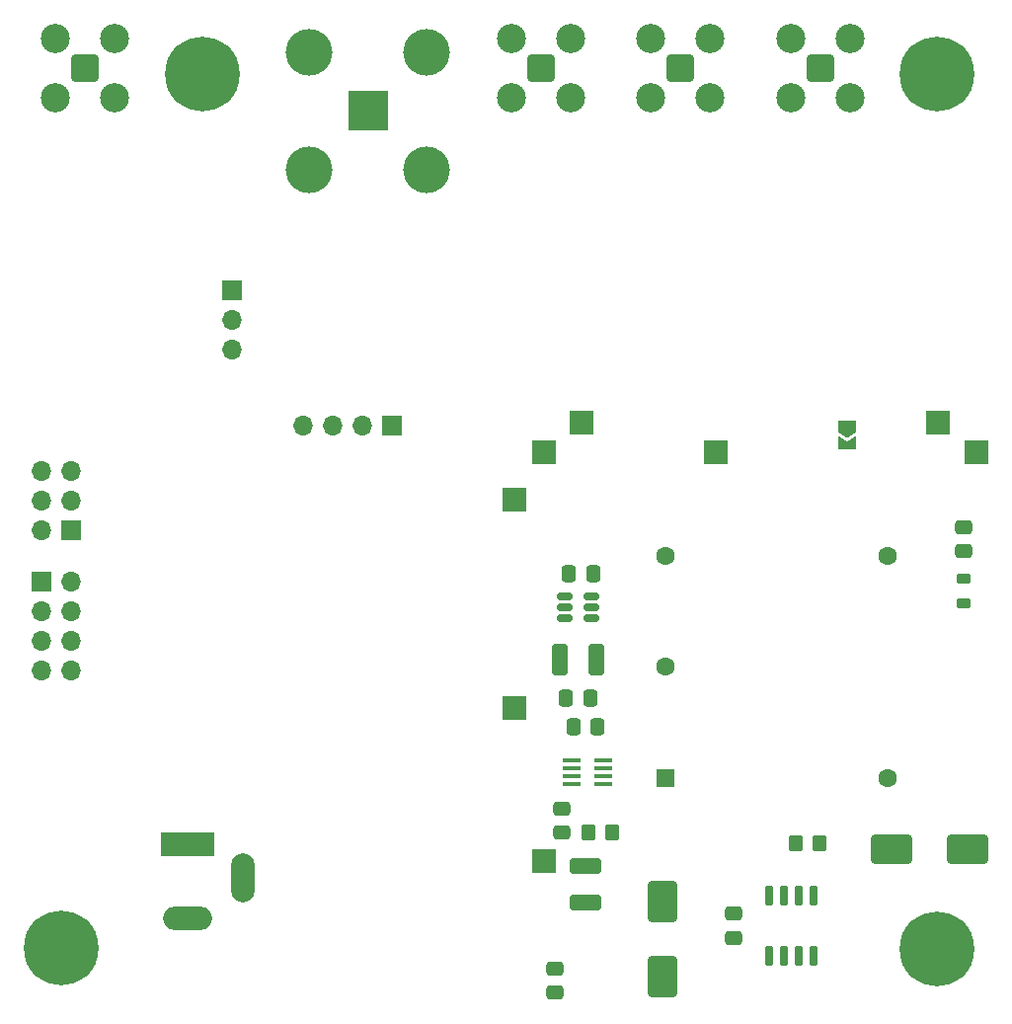
<source format=gbs>
G04 #@! TF.GenerationSoftware,KiCad,Pcbnew,7.0.11*
G04 #@! TF.CreationDate,2024-03-19T21:31:16+01:00*
G04 #@! TF.ProjectId,GPSDO,47505344-4f2e-46b6-9963-61645f706362,rev?*
G04 #@! TF.SameCoordinates,Original*
G04 #@! TF.FileFunction,Soldermask,Bot*
G04 #@! TF.FilePolarity,Negative*
%FSLAX46Y46*%
G04 Gerber Fmt 4.6, Leading zero omitted, Abs format (unit mm)*
G04 Created by KiCad (PCBNEW 7.0.11) date 2024-03-19 21:31:16*
%MOMM*%
%LPD*%
G01*
G04 APERTURE LIST*
G04 Aperture macros list*
%AMRoundRect*
0 Rectangle with rounded corners*
0 $1 Rounding radius*
0 $2 $3 $4 $5 $6 $7 $8 $9 X,Y pos of 4 corners*
0 Add a 4 corners polygon primitive as box body*
4,1,4,$2,$3,$4,$5,$6,$7,$8,$9,$2,$3,0*
0 Add four circle primitives for the rounded corners*
1,1,$1+$1,$2,$3*
1,1,$1+$1,$4,$5*
1,1,$1+$1,$6,$7*
1,1,$1+$1,$8,$9*
0 Add four rect primitives between the rounded corners*
20,1,$1+$1,$2,$3,$4,$5,0*
20,1,$1+$1,$4,$5,$6,$7,0*
20,1,$1+$1,$6,$7,$8,$9,0*
20,1,$1+$1,$8,$9,$2,$3,0*%
%AMFreePoly0*
4,1,6,1.000000,0.000000,0.500000,-0.750000,-0.500000,-0.750000,-0.500000,0.750000,0.500000,0.750000,1.000000,0.000000,1.000000,0.000000,$1*%
%AMFreePoly1*
4,1,6,0.500000,-0.750000,-0.650000,-0.750000,-0.150000,0.000000,-0.650000,0.750000,0.500000,0.750000,0.500000,-0.750000,0.500000,-0.750000,$1*%
G04 Aperture macros list end*
%ADD10FreePoly0,270.000000*%
%ADD11FreePoly1,270.000000*%
%ADD12R,2.000000X2.000000*%
%ADD13RoundRect,0.200100X-0.949900X-0.949900X0.949900X-0.949900X0.949900X0.949900X-0.949900X0.949900X0*%
%ADD14C,2.500000*%
%ADD15R,3.500000X3.500000*%
%ADD16C,4.000000*%
%ADD17R,1.600000X1.600000*%
%ADD18C,1.600000*%
%ADD19R,1.700000X1.700000*%
%ADD20O,1.700000X1.700000*%
%ADD21C,0.800000*%
%ADD22C,6.400000*%
%ADD23R,4.600000X2.000000*%
%ADD24O,4.200000X2.000000*%
%ADD25O,2.000000X4.200000*%
%ADD26RoundRect,0.250000X1.000000X-1.500000X1.000000X1.500000X-1.000000X1.500000X-1.000000X-1.500000X0*%
%ADD27RoundRect,0.250000X0.475000X-0.337500X0.475000X0.337500X-0.475000X0.337500X-0.475000X-0.337500X0*%
%ADD28RoundRect,0.250000X0.337500X0.475000X-0.337500X0.475000X-0.337500X-0.475000X0.337500X-0.475000X0*%
%ADD29RoundRect,0.100000X0.680000X0.100000X-0.680000X0.100000X-0.680000X-0.100000X0.680000X-0.100000X0*%
%ADD30RoundRect,0.250000X-1.100000X0.412500X-1.100000X-0.412500X1.100000X-0.412500X1.100000X0.412500X0*%
%ADD31RoundRect,0.250000X-0.475000X0.337500X-0.475000X-0.337500X0.475000X-0.337500X0.475000X0.337500X0*%
%ADD32RoundRect,0.250000X0.412500X1.100000X-0.412500X1.100000X-0.412500X-1.100000X0.412500X-1.100000X0*%
%ADD33RoundRect,0.218750X0.381250X-0.218750X0.381250X0.218750X-0.381250X0.218750X-0.381250X-0.218750X0*%
%ADD34RoundRect,0.250000X1.500000X1.000000X-1.500000X1.000000X-1.500000X-1.000000X1.500000X-1.000000X0*%
%ADD35RoundRect,0.150000X-0.512500X-0.150000X0.512500X-0.150000X0.512500X0.150000X-0.512500X0.150000X0*%
%ADD36RoundRect,0.250000X0.350000X0.450000X-0.350000X0.450000X-0.350000X-0.450000X0.350000X-0.450000X0*%
%ADD37RoundRect,0.150000X-0.150000X0.725000X-0.150000X-0.725000X0.150000X-0.725000X0.150000X0.725000X0*%
G04 APERTURE END LIST*
D10*
X92303600Y-55205800D03*
D11*
X92303600Y-56655800D03*
D12*
X63754000Y-79375000D03*
X63754000Y-61468000D03*
D13*
X90000000Y-24525600D03*
D14*
X87460000Y-21985600D03*
X87460000Y-27065600D03*
X92540000Y-21985600D03*
X92540000Y-27065600D03*
D15*
X51181000Y-28176000D03*
D16*
X46156000Y-23151000D03*
X46156000Y-33201000D03*
X56206000Y-23151000D03*
X56206000Y-33201000D03*
D17*
X76708000Y-85344000D03*
D18*
X76708000Y-75819000D03*
X76708000Y-66294000D03*
X95758000Y-85344000D03*
X95758000Y-66294000D03*
D12*
X103378000Y-57404000D03*
X81026000Y-57404000D03*
D19*
X25760600Y-64145400D03*
D20*
X23220600Y-64145400D03*
X25760600Y-61605400D03*
X23220600Y-61605400D03*
X25760600Y-59065400D03*
X23220600Y-59065400D03*
D21*
X34557000Y-25019000D03*
X35259944Y-23321944D03*
X35259944Y-26716056D03*
X36957000Y-22619000D03*
D22*
X36957000Y-25019000D03*
D21*
X36957000Y-27419000D03*
X38654056Y-23321944D03*
X38654056Y-26716056D03*
X39357000Y-25019000D03*
D23*
X35687000Y-91059000D03*
D24*
X35687000Y-97359000D03*
D25*
X40487000Y-93959000D03*
D21*
X97600000Y-100000000D03*
X98302944Y-98302944D03*
X98302944Y-101697056D03*
X100000000Y-97600000D03*
D22*
X100000000Y-100000000D03*
D21*
X100000000Y-102400000D03*
X101697056Y-98302944D03*
X101697056Y-101697056D03*
X102400000Y-100000000D03*
D12*
X100076000Y-54864000D03*
D21*
X22492000Y-99949000D03*
X23194944Y-98251944D03*
X23194944Y-101646056D03*
X24892000Y-97549000D03*
D22*
X24892000Y-99949000D03*
D21*
X24892000Y-102349000D03*
X26589056Y-98251944D03*
X26589056Y-101646056D03*
X27292000Y-99949000D03*
D19*
X53203000Y-55118000D03*
D20*
X50663000Y-55118000D03*
X48123000Y-55118000D03*
X45583000Y-55118000D03*
D12*
X66294000Y-57404000D03*
D13*
X66000000Y-24525600D03*
D14*
X63460000Y-21985600D03*
X63460000Y-27065600D03*
X68540000Y-21985600D03*
X68540000Y-27065600D03*
D13*
X78000000Y-24525600D03*
D14*
X75460000Y-21985600D03*
X75460000Y-27065600D03*
X80540000Y-21985600D03*
X80540000Y-27065600D03*
D12*
X69469000Y-54864000D03*
D13*
X26908000Y-24525600D03*
D14*
X24368000Y-21985600D03*
X24368000Y-27065600D03*
X29448000Y-21985600D03*
X29448000Y-27065600D03*
D21*
X97549000Y-25019000D03*
X98251944Y-23321944D03*
X98251944Y-26716056D03*
X99949000Y-22619000D03*
D22*
X99949000Y-25019000D03*
D21*
X99949000Y-27419000D03*
X101646056Y-23321944D03*
X101646056Y-26716056D03*
X102349000Y-25019000D03*
D19*
X23215600Y-68529200D03*
D20*
X25755600Y-68529200D03*
X23215600Y-71069200D03*
X25755600Y-71069200D03*
X23215600Y-73609200D03*
X25755600Y-73609200D03*
X23215600Y-76149200D03*
X25755600Y-76149200D03*
D12*
X66294000Y-92456000D03*
D19*
X39497000Y-43561000D03*
D20*
X39497000Y-46101000D03*
X39497000Y-48641000D03*
D26*
X76454000Y-102437000D03*
X76454000Y-95937000D03*
D27*
X82550000Y-99081500D03*
X82550000Y-97006500D03*
D28*
X70887500Y-80967500D03*
X68812500Y-80967500D03*
X70252500Y-78486000D03*
X68177500Y-78486000D03*
D29*
X71327000Y-83892000D03*
X71327000Y-84542000D03*
X71327000Y-85202000D03*
X71327000Y-85852000D03*
X68627000Y-85852000D03*
X68627000Y-85202000D03*
X68627000Y-84542000D03*
X68627000Y-83892000D03*
D30*
X69850000Y-92925500D03*
X69850000Y-96050500D03*
D28*
X70506500Y-67818000D03*
X68431500Y-67818000D03*
D31*
X67183000Y-101705500D03*
X67183000Y-103780500D03*
D27*
X67818000Y-90064500D03*
X67818000Y-87989500D03*
D32*
X70777500Y-75184000D03*
X67652500Y-75184000D03*
D33*
X102235000Y-70404500D03*
X102235000Y-68279500D03*
D34*
X102564000Y-91440000D03*
X96064000Y-91440000D03*
D35*
X68077500Y-71689000D03*
X68077500Y-70739000D03*
X68077500Y-69789000D03*
X70352500Y-69789000D03*
X70352500Y-70739000D03*
X70352500Y-71689000D03*
D36*
X72120000Y-90043000D03*
X70120000Y-90043000D03*
D37*
X85598000Y-95469000D03*
X86868000Y-95469000D03*
X88138000Y-95469000D03*
X89408000Y-95469000D03*
X89408000Y-100619000D03*
X88138000Y-100619000D03*
X86868000Y-100619000D03*
X85598000Y-100619000D03*
D31*
X102235000Y-63859500D03*
X102235000Y-65934500D03*
D36*
X89900000Y-90932000D03*
X87900000Y-90932000D03*
M02*

</source>
